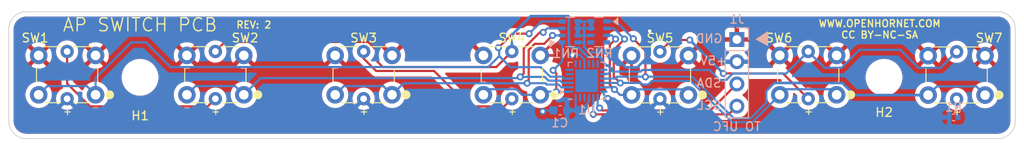
<source format=kicad_pcb>
(kicad_pcb (version 20171130) (host pcbnew "(5.1.9)-1")
  (layers (0 F.Cu signal) (31 B.Cu signal) (34 B.Paste user) (35 F.Paste user) (36 B.SilkS user) (37 F.SilkS user) (38 B.Mask user) (39 F.Mask user) (44 Edge.Cuts user))
  (net 0 "")
  (net 1 GND)
  (net 2 +5V)
  (net 3 SCL)
  (net 4 SDA)
  (net 5 /ON+)
  (net 6 /ILS_SW)
  (net 7 /IFF_SW)
  (net 8 /TCN_SW)
  (net 9 /AP_SW)
  (net 10 "Net-(RN2-Pad5)")
  (net 11 "Net-(RN2-Pad4)")
  (net 12 /BCN_SW)
  (net 13 /ON_SW)
  (net 14 /DL_SW)
  (net 15 /AP-)
  (net 16 /BCN-)
  (net 17 /ILS+)
  (net 18 /BCN+)
  (net 19 "Net-(U1-Pad23)")
  (net 20 "Net-(U1-Pad22)")
  (net 21 "Net-(U1-Pad13)")
  (net 22 "Net-(U1-Pad8)")
  (net 23 "Net-(U1-Pad7)")
  (net 24 "Net-(U1-Pad6)")
  (net 25 "Net-(U1-Pad5)")
  (net 26 "Net-(U1-Pad12)")
  (net 27 "Net-(U1-Pad11)")
  (net 28 "Net-(U1-Pad10)")
  (module MountingHole:MountingHole_3.2mm_M3_DIN965 (layer F.Cu) (at 191.005498 90.721398)
    (fp_text reference H2 (at 0.01 4) (layer F.SilkS))
    (fp_text value ~)
    (pad 1 np_thru_hole circle (at 0 0) (size 3.2 3.2) (drill 3.2) (layers *.Cu *.Mask))
  )
  (module MountingHole:MountingHole_3.2mm_M3_DIN965 (layer F.Cu) (at 106.005498 90.721398)
    (fp_text reference H1 (at 0.01 4.39) (layer F.SilkS))
    (fp_text value ~)
    (pad 1 np_thru_hole circle (at 0 0) (size 3.2 3.2) (drill 3.2) (layers *.Cu *.Mask))
  )
  (module Resistor_SMD:R_Array_Convex_4x0603 (layer B.Cu) (at 158.422178 85.527718 180)
    (fp_text reference RN2 (at -0.08636 -2.43332) (layer B.SilkS) (effects (justify mirror)))
    (fp_text value 4.7K)
    (fp_line (start 0.5 -1.68) (end -0.5 -1.68) (layer B.SilkS) (width 0.12))
    (fp_line (start 0.5 1.68) (end -0.5 1.68) (layer B.SilkS) (width 0.12))
    (pad 5 smd rect (at 0.9 -1.2 180) (size 0.8 0.5) (layers B.Cu B.Paste B.Mask) (net 10 "Net-(RN2-Pad5)"))
    (pad 6 smd rect (at 0.9 -0.4 180) (size 0.8 0.4) (layers B.Cu B.Paste B.Mask) (net 2 +5V))
    (pad 8 smd rect (at 0.9 1.2 180) (size 0.8 0.5) (layers B.Cu B.Paste B.Mask) (net 2 +5V))
    (pad 7 smd rect (at 0.9 0.4 180) (size 0.8 0.4) (layers B.Cu B.Paste B.Mask) (net 2 +5V))
    (pad 4 smd rect (at -0.9 -1.2 180) (size 0.8 0.5) (layers B.Cu B.Paste B.Mask) (net 11 "Net-(RN2-Pad4)"))
    (pad 2 smd rect (at -0.9 0.4 180) (size 0.8 0.4) (layers B.Cu B.Paste B.Mask) (net 12 /BCN_SW))
    (pad 3 smd rect (at -0.9 -0.4 180) (size 0.8 0.4) (layers B.Cu B.Paste B.Mask) (net 14 /DL_SW))
    (pad 1 smd rect (at -0.9 1.2 180) (size 0.8 0.5) (layers B.Cu B.Paste B.Mask) (net 13 /ON_SW))
  )
  (module Resistor_SMD:R_Array_Convex_4x0603 (layer B.Cu) (at 155.135418 85.532798)
    (fp_text reference RN1 (at -0.47244 2.46888) (layer B.SilkS) (effects (justify mirror)))
    (fp_text value 4.7K)
    (fp_line (start 0.5 -1.68) (end -0.5 -1.68) (layer B.SilkS) (width 0.12))
    (fp_line (start 0.5 1.68) (end -0.5 1.68) (layer B.SilkS) (width 0.12))
    (pad 5 smd rect (at 0.9 -1.2) (size 0.8 0.5) (layers B.Cu B.Paste B.Mask) (net 2 +5V))
    (pad 6 smd rect (at 0.9 -0.4) (size 0.8 0.4) (layers B.Cu B.Paste B.Mask) (net 2 +5V))
    (pad 8 smd rect (at 0.9 1.2) (size 0.8 0.5) (layers B.Cu B.Paste B.Mask) (net 2 +5V))
    (pad 7 smd rect (at 0.9 0.4) (size 0.8 0.4) (layers B.Cu B.Paste B.Mask) (net 2 +5V))
    (pad 4 smd rect (at -0.9 -1.2) (size 0.8 0.5) (layers B.Cu B.Paste B.Mask) (net 9 /AP_SW))
    (pad 2 smd rect (at -0.9 0.4) (size 0.8 0.4) (layers B.Cu B.Paste B.Mask) (net 8 /TCN_SW))
    (pad 3 smd rect (at -0.9 -0.4) (size 0.8 0.4) (layers B.Cu B.Paste B.Mask) (net 7 /IFF_SW))
    (pad 1 smd rect (at -0.9 1.2) (size 0.8 0.5) (layers B.Cu B.Paste B.Mask) (net 6 /ILS_SW))
  )
  (module Package_DFN_QFN:WQFN-24-1EP_4x4mm_P0.5mm_EP2.6x2.6mm (layer B.Cu) (at 157.030258 91.110638)
    (fp_text reference U1 (at 0 3.32) (layer B.SilkS) (effects (justify mirror)))
    (fp_text value AW9523BTQR)
    (fp_line (start 1.635 2.11) (end 2.11 2.11) (layer B.SilkS) (width 0.12))
    (fp_line (start 2.11 2.11) (end 2.11 1.635) (layer B.SilkS) (width 0.12))
    (fp_line (start -1.635 -2.11) (end -2.11 -2.11) (layer B.SilkS) (width 0.12))
    (fp_line (start -2.11 -2.11) (end -2.11 -1.635) (layer B.SilkS) (width 0.12))
    (fp_line (start 1.635 -2.11) (end 2.11 -2.11) (layer B.SilkS) (width 0.12))
    (fp_line (start 2.11 -2.11) (end 2.11 -1.635) (layer B.SilkS) (width 0.12))
    (fp_line (start -1.635 2.11) (end -2.11 2.11) (layer B.SilkS) (width 0.12))
    (pad 25 smd rect (at 0 0) (size 2.6 2.6) (layers B.Cu B.Mask) (net 1 GND))
    (pad 24 smd roundrect (at -1.25 1.9375) (size 0.25 0.875) (layers B.Cu B.Paste B.Mask) (net 2 +5V))
    (pad 23 smd roundrect (at -0.75 1.9375) (size 0.25 0.875) (layers B.Cu B.Paste B.Mask) (net 19 "Net-(U1-Pad23)"))
    (pad 22 smd roundrect (at -0.25 1.9375) (size 0.25 0.875) (layers B.Cu B.Paste B.Mask) (net 20 "Net-(U1-Pad22)"))
    (pad 21 smd roundrect (at 0.25 1.9375) (size 0.25 0.875) (layers B.Cu B.Paste B.Mask) (net 2 +5V))
    (pad 20 smd roundrect (at 0.75 1.9375) (size 0.25 0.875) (layers B.Cu B.Paste B.Mask) (net 3 SCL))
    (pad 19 smd roundrect (at 1.25 1.9375) (size 0.25 0.875) (layers B.Cu B.Paste B.Mask) (net 4 SDA))
    (pad 18 smd roundrect (at 1.9375 1.25) (size 0.875 0.25) (layers B.Cu B.Paste B.Mask) (net 2 +5V))
    (pad 17 smd roundrect (at 1.9375 0.75) (size 0.875 0.25) (layers B.Cu B.Paste B.Mask) (net 14 /DL_SW))
    (pad 16 smd roundrect (at 1.9375 0.25) (size 0.875 0.25) (layers B.Cu B.Paste B.Mask) (net 12 /BCN_SW))
    (pad 15 smd roundrect (at 1.9375 -0.25) (size 0.875 0.25) (layers B.Cu B.Paste B.Mask) (net 13 /ON_SW))
    (pad 14 smd roundrect (at 1.9375 -0.75) (size 0.875 0.25) (layers B.Cu B.Paste B.Mask) (net 16 /BCN-))
    (pad 13 smd roundrect (at 1.9375 -1.25) (size 0.875 0.25) (layers B.Cu B.Paste B.Mask) (net 21 "Net-(U1-Pad13)"))
    (pad 12 smd roundrect (at 1.25 -1.9375) (size 0.25 0.875) (layers B.Cu B.Paste B.Mask) (net 26 "Net-(U1-Pad12)"))
    (pad 11 smd roundrect (at 0.75 -1.9375) (size 0.25 0.875) (layers B.Cu B.Paste B.Mask) (net 27 "Net-(U1-Pad11)"))
    (pad 10 smd roundrect (at 0.25 -1.9375) (size 0.25 0.875) (layers B.Cu B.Paste B.Mask) (net 28 "Net-(U1-Pad10)"))
    (pad 9 smd roundrect (at -0.25 -1.9375) (size 0.25 0.875) (layers B.Cu B.Paste B.Mask) (net 1 GND))
    (pad 8 smd roundrect (at -0.75 -1.9375) (size 0.25 0.875) (layers B.Cu B.Paste B.Mask) (net 22 "Net-(U1-Pad8)"))
    (pad 7 smd roundrect (at -1.25 -1.9375) (size 0.25 0.875) (layers B.Cu B.Paste B.Mask) (net 23 "Net-(U1-Pad7)"))
    (pad 6 smd roundrect (at -1.9375 -1.25) (size 0.875 0.25) (layers B.Cu B.Paste B.Mask) (net 24 "Net-(U1-Pad6)"))
    (pad 5 smd roundrect (at -1.9375 -0.75) (size 0.875 0.25) (layers B.Cu B.Paste B.Mask) (net 25 "Net-(U1-Pad5)"))
    (pad 4 smd roundrect (at -1.9375 -0.25) (size 0.875 0.25) (layers B.Cu B.Paste B.Mask) (net 9 /AP_SW))
    (pad 3 smd roundrect (at -1.9375 0.25) (size 0.875 0.25) (layers B.Cu B.Paste B.Mask) (net 7 /IFF_SW))
    (pad 2 smd roundrect (at -1.9375 0.75) (size 0.875 0.25) (layers B.Cu B.Paste B.Mask) (net 8 /TCN_SW))
    (pad 1 smd roundrect (at -1.9375 1.25) (size 0.875 0.25) (layers B.Cu B.Paste B.Mask) (net 6 /ILS_SW))
  )
  (module Resistor_SMD:R_0402_1005Metric (layer B.Cu) (at 198.955498 95.286398 180)
    (fp_text reference R1 (at 0 1.17) (layer B.SilkS) (effects (justify mirror)))
    (fp_text value 33)
    (fp_line (start -0.153641 0.38) (end 0.153641 0.38) (layer B.SilkS) (width 0.12))
    (fp_line (start -0.153641 -0.38) (end 0.153641 -0.38) (layer B.SilkS) (width 0.12))
    (pad 2 smd roundrect (at 0.51 0 180) (size 0.54 0.64) (layers B.Cu B.Paste B.Mask) (net 2 +5V))
    (pad 1 smd roundrect (at -0.51 0 180) (size 0.54 0.64) (layers B.Cu B.Paste B.Mask) (net 5 /ON+))
  )
  (module Connector_PinHeader_2.54mm:PinHeader_1x04_P2.54mm_Vertical (layer B.Cu) (at 174.190498 86.396398 180)
    (fp_text reference J1 (at 0 2.33) (layer B.SilkS) (effects (justify mirror)))
    (fp_text value "TO UFC" (at 0 -9.95) (layer B.SilkS) (effects (justify mirror)))
    (fp_line (start -1.33 -8.95) (end 1.33 -8.95) (layer B.SilkS) (width 0.12))
    (fp_line (start -1.33 -1.27) (end -1.33 -8.95) (layer B.SilkS) (width 0.12))
    (fp_line (start 1.33 -1.27) (end 1.33 -8.95) (layer B.SilkS) (width 0.12))
    (fp_line (start -1.33 -1.27) (end 1.33 -1.27) (layer B.SilkS) (width 0.12))
    (fp_line (start -1.33 0) (end -1.33 1.33) (layer B.SilkS) (width 0.12))
    (fp_line (start -1.33 1.33) (end 0 1.33) (layer B.SilkS) (width 0.12))
    (pad 4 thru_hole oval (at 0 -7.62 180) (size 1.7 1.7) (drill 1) (layers *.Cu *.Mask) (net 3 SCL))
    (pad 3 thru_hole oval (at 0 -5.08 180) (size 1.7 1.7) (drill 1) (layers *.Cu *.Mask) (net 4 SDA))
    (pad 2 thru_hole oval (at 0 -2.54 180) (size 1.7 1.7) (drill 1) (layers *.Cu *.Mask) (net 2 +5V))
    (pad 1 thru_hole rect (at 0 0 180) (size 1.7 1.7) (drill 1) (layers *.Cu *.Mask) (net 1 GND))
  )
  (module Capacitor_SMD:C_0603_1608Metric (layer B.Cu) (at 154.007658 94.488838 180)
    (fp_text reference C1 (at 0.05216 -1.43256) (layer B.SilkS) (effects (justify mirror)))
    (fp_text value .1uF)
    (fp_line (start -0.14058 0.51) (end 0.14058 0.51) (layer B.SilkS) (width 0.12))
    (fp_line (start -0.14058 -0.51) (end 0.14058 -0.51) (layer B.SilkS) (width 0.12))
    (pad 2 smd roundrect (at 0.775 0 180) (size 0.9 0.95) (layers B.Cu B.Paste B.Mask) (net 1 GND))
    (pad 1 smd roundrect (at -0.775 0 180) (size 0.9 0.95) (layers B.Cu B.Paste B.Mask) (net 2 +5V))
  )
  (module KiCAD_Libraries:TL1240GQ (layer F.Cu) (at 94.422998 88.216998)
    (fp_text reference SW1 (at -0.4175 -2) (layer F.SilkS))
    (fp_text value TL1240GQ)
    (fp_line (start 4 5.4) (end 5.8 5.4) (layer F.SilkS) (width 0.12))
    (fp_line (start 0.7 5.4) (end 2.5 5.4) (layer F.SilkS) (width 0.12))
    (fp_line (start 2.6 -1) (end 0.5 -1) (layer F.SilkS) (width 0.12))
    (fp_line (start 5.9 -1) (end 3.9 -1) (layer F.SilkS) (width 0.12))
    (fp_poly (pts (xy 8.1 4.052786) (xy 8.3 4.1) (xy 8.4 4.2) (xy 8.5 4.3) (xy 8.547214 4.5) (xy 8.5 4.7) (xy 8.3 4.9) (xy 8.1 4.947214) (xy 7.9 4.9) (xy 7.7 4.7) (xy 7.652786 4.5) (xy 7.7 4.3) (xy 7.9 4.1)) (layer F.SilkS) (width 0.1))
    (fp_circle (center 8.1 4.5) (end 8.547214 4.5) (layer F.SilkS) (width 0.12))
    (fp_line (start 6.75 3) (end 6.75 1.5) (layer F.SilkS) (width 0.12))
    (fp_line (start -0.25 1.5) (end -0.25 3) (layer F.SilkS) (width 0.12))
    (fp_text user + (at 3.3 6.4) (layer F.SilkS) (effects (font (size 0.8 0.8) (thickness 0.12))))
    (pad 1 thru_hole circle (at 0 4.5 90) (size 2 2) (drill 1.1) (layers *.Cu *.Mask) (net 9 /AP_SW))
    (pad 2 thru_hole circle (at 0 0 90) (size 2 2) (drill 1.1) (layers *.Cu *.Mask) (net 1 GND))
    (pad 1 thru_hole circle (at 6.5 4.5 90) (size 2 2) (drill 1.1) (layers *.Cu *.Mask) (net 9 /AP_SW))
    (pad 2 thru_hole circle (at 6.5 0 90) (size 2 2) (drill 1.1) (layers *.Cu *.Mask) (net 1 GND))
    (pad 6 thru_hole circle (at 3.25 -0.45) (size 1.524 1.524) (drill 0.762) (layers *.Cu *.Mask) (net 15 /AP-))
    (pad 5 thru_hole circle (at 3.25 4.95) (size 1.524 1.524) (drill 0.762) (layers *.Cu *.Mask) (net 2 +5V))
  )
  (module KiCAD_Libraries:TL1240GQ (layer F.Cu) (at 111.360498 88.216998)
    (fp_text reference SW2 (at 6.645 -2) (layer F.SilkS))
    (fp_text value TL1240GQ)
    (fp_line (start -0.25 1.5) (end -0.25 3) (layer F.SilkS) (width 0.12))
    (fp_line (start 6.75 3) (end 6.75 1.5) (layer F.SilkS) (width 0.12))
    (fp_circle (center 8.1 4.5) (end 8.547214 4.5) (layer F.SilkS) (width 0.12))
    (fp_poly (pts (xy 8.1 4.052786) (xy 8.3 4.1) (xy 8.4 4.2) (xy 8.5 4.3) (xy 8.547214 4.5) (xy 8.5 4.7) (xy 8.3 4.9) (xy 8.1 4.947214) (xy 7.9 4.9) (xy 7.7 4.7) (xy 7.652786 4.5) (xy 7.7 4.3) (xy 7.9 4.1)) (layer F.SilkS) (width 0.1))
    (fp_line (start 5.9 -1) (end 3.9 -1) (layer F.SilkS) (width 0.12))
    (fp_line (start 2.6 -1) (end 0.5 -1) (layer F.SilkS) (width 0.12))
    (fp_line (start 0.7 5.4) (end 2.5 5.4) (layer F.SilkS) (width 0.12))
    (fp_line (start 4 5.4) (end 5.8 5.4) (layer F.SilkS) (width 0.12))
    (fp_text user + (at 3.3 6.4) (layer F.SilkS) (effects (font (size 0.8 0.8) (thickness 0.12))))
    (pad 5 thru_hole circle (at 3.25 4.95) (size 1.524 1.524) (drill 0.762) (layers *.Cu *.Mask) (net 15 /AP-))
    (pad 6 thru_hole circle (at 3.25 -0.45) (size 1.524 1.524) (drill 0.762) (layers *.Cu *.Mask) (net 16 /BCN-))
    (pad 2 thru_hole circle (at 6.5 0 90) (size 2 2) (drill 1.1) (layers *.Cu *.Mask) (net 1 GND))
    (pad 1 thru_hole circle (at 6.5 4.5 90) (size 2 2) (drill 1.1) (layers *.Cu *.Mask) (net 7 /IFF_SW))
    (pad 2 thru_hole circle (at 0 0 90) (size 2 2) (drill 1.1) (layers *.Cu *.Mask) (net 1 GND))
    (pad 1 thru_hole circle (at 0 4.5 90) (size 2 2) (drill 1.1) (layers *.Cu *.Mask) (net 7 /IFF_SW))
  )
  (module KiCAD_Libraries:TL1240GQ (layer F.Cu) (at 128.297998 88.216998)
    (fp_text reference SW3 (at 3.25 -2) (layer F.SilkS))
    (fp_text value TL1240GQ)
    (fp_line (start 4 5.4) (end 5.8 5.4) (layer F.SilkS) (width 0.12))
    (fp_line (start 0.7 5.4) (end 2.5 5.4) (layer F.SilkS) (width 0.12))
    (fp_line (start 2.6 -1) (end 0.5 -1) (layer F.SilkS) (width 0.12))
    (fp_line (start 5.9 -1) (end 3.9 -1) (layer F.SilkS) (width 0.12))
    (fp_poly (pts (xy 8.1 4.052786) (xy 8.3 4.1) (xy 8.4 4.2) (xy 8.5 4.3) (xy 8.547214 4.5) (xy 8.5 4.7) (xy 8.3 4.9) (xy 8.1 4.947214) (xy 7.9 4.9) (xy 7.7 4.7) (xy 7.652786 4.5) (xy 7.7 4.3) (xy 7.9 4.1)) (layer F.SilkS) (width 0.1))
    (fp_circle (center 8.1 4.5) (end 8.547214 4.5) (layer F.SilkS) (width 0.12))
    (fp_line (start 6.75 3) (end 6.75 1.5) (layer F.SilkS) (width 0.12))
    (fp_line (start -0.25 1.5) (end -0.25 3) (layer F.SilkS) (width 0.12))
    (fp_text user + (at 3.3 6.4) (layer F.SilkS) (effects (font (size 0.8 0.8) (thickness 0.12))))
    (pad 1 thru_hole circle (at 0 4.5 90) (size 2 2) (drill 1.1) (layers *.Cu *.Mask) (net 8 /TCN_SW))
    (pad 2 thru_hole circle (at 0 0 90) (size 2 2) (drill 1.1) (layers *.Cu *.Mask) (net 1 GND))
    (pad 1 thru_hole circle (at 6.5 4.5 90) (size 2 2) (drill 1.1) (layers *.Cu *.Mask) (net 8 /TCN_SW))
    (pad 2 thru_hole circle (at 6.5 0 90) (size 2 2) (drill 1.1) (layers *.Cu *.Mask) (net 1 GND))
    (pad 6 thru_hole circle (at 3.25 -0.45) (size 1.524 1.524) (drill 0.762) (layers *.Cu *.Mask) (net 17 /ILS+))
    (pad 5 thru_hole circle (at 3.25 4.95) (size 1.524 1.524) (drill 0.762) (layers *.Cu *.Mask) (net 2 +5V))
  )
  (module KiCAD_Libraries:TL1240GQ (layer F.Cu) (at 145.235498 88.216998)
    (fp_text reference SW4 (at 3.25 -2) (layer F.SilkS))
    (fp_text value TL1240GQ)
    (fp_line (start -0.25 1.5) (end -0.25 3) (layer F.SilkS) (width 0.12))
    (fp_line (start 6.75 3) (end 6.75 1.5) (layer F.SilkS) (width 0.12))
    (fp_circle (center 8.1 4.5) (end 8.547214 4.5) (layer F.SilkS) (width 0.12))
    (fp_poly (pts (xy 8.1 4.052786) (xy 8.3 4.1) (xy 8.4 4.2) (xy 8.5 4.3) (xy 8.547214 4.5) (xy 8.5 4.7) (xy 8.3 4.9) (xy 8.1 4.947214) (xy 7.9 4.9) (xy 7.7 4.7) (xy 7.652786 4.5) (xy 7.7 4.3) (xy 7.9 4.1)) (layer F.SilkS) (width 0.1))
    (fp_line (start 5.9 -1) (end 3.9 -1) (layer F.SilkS) (width 0.12))
    (fp_line (start 2.6 -1) (end 0.5 -1) (layer F.SilkS) (width 0.12))
    (fp_line (start 0.7 5.4) (end 2.5 5.4) (layer F.SilkS) (width 0.12))
    (fp_line (start 4 5.4) (end 5.8 5.4) (layer F.SilkS) (width 0.12))
    (fp_text user + (at 3.3 6.4) (layer F.SilkS) (effects (font (size 0.8 0.8) (thickness 0.12))))
    (pad 5 thru_hole circle (at 3.25 4.95) (size 1.524 1.524) (drill 0.762) (layers *.Cu *.Mask) (net 17 /ILS+))
    (pad 6 thru_hole circle (at 3.25 -0.45) (size 1.524 1.524) (drill 0.762) (layers *.Cu *.Mask) (net 16 /BCN-))
    (pad 2 thru_hole circle (at 6.5 0 90) (size 2 2) (drill 1.1) (layers *.Cu *.Mask) (net 1 GND))
    (pad 1 thru_hole circle (at 6.5 4.5 90) (size 2 2) (drill 1.1) (layers *.Cu *.Mask) (net 6 /ILS_SW))
    (pad 2 thru_hole circle (at 0 0 90) (size 2 2) (drill 1.1) (layers *.Cu *.Mask) (net 1 GND))
    (pad 1 thru_hole circle (at 0 4.5 90) (size 2 2) (drill 1.1) (layers *.Cu *.Mask) (net 6 /ILS_SW))
  )
  (module KiCAD_Libraries:TL1240GQ (layer F.Cu) (at 162.157373 88.232623)
    (fp_text reference SW5 (at 3.25 -2) (layer F.SilkS))
    (fp_text value TL1240GQ)
    (fp_line (start 4 5.4) (end 5.8 5.4) (layer F.SilkS) (width 0.12))
    (fp_line (start 0.7 5.4) (end 2.5 5.4) (layer F.SilkS) (width 0.12))
    (fp_line (start 2.6 -1) (end 0.5 -1) (layer F.SilkS) (width 0.12))
    (fp_line (start 5.9 -1) (end 3.9 -1) (layer F.SilkS) (width 0.12))
    (fp_poly (pts (xy 8.1 4.052786) (xy 8.3 4.1) (xy 8.4 4.2) (xy 8.5 4.3) (xy 8.547214 4.5) (xy 8.5 4.7) (xy 8.3 4.9) (xy 8.1 4.947214) (xy 7.9 4.9) (xy 7.7 4.7) (xy 7.652786 4.5) (xy 7.7 4.3) (xy 7.9 4.1)) (layer F.SilkS) (width 0.1))
    (fp_circle (center 8.1 4.5) (end 8.547214 4.5) (layer F.SilkS) (width 0.12))
    (fp_line (start 6.75 3) (end 6.75 1.5) (layer F.SilkS) (width 0.12))
    (fp_line (start -0.25 1.5) (end -0.25 3) (layer F.SilkS) (width 0.12))
    (fp_text user + (at 3.3 6.4) (layer F.SilkS) (effects (font (size 0.8 0.8) (thickness 0.12))))
    (pad 1 thru_hole circle (at 0 4.5 90) (size 2 2) (drill 1.1) (layers *.Cu *.Mask) (net 14 /DL_SW))
    (pad 2 thru_hole circle (at 0 0 90) (size 2 2) (drill 1.1) (layers *.Cu *.Mask) (net 1 GND))
    (pad 1 thru_hole circle (at 6.5 4.5 90) (size 2 2) (drill 1.1) (layers *.Cu *.Mask) (net 14 /DL_SW))
    (pad 2 thru_hole circle (at 6.5 0 90) (size 2 2) (drill 1.1) (layers *.Cu *.Mask) (net 1 GND))
    (pad 6 thru_hole circle (at 3.25 -0.45) (size 1.524 1.524) (drill 0.762) (layers *.Cu *.Mask) (net 18 /BCN+))
    (pad 5 thru_hole circle (at 3.25 4.95) (size 1.524 1.524) (drill 0.762) (layers *.Cu *.Mask) (net 2 +5V))
  )
  (module KiCAD_Libraries:TL1240GQ (layer F.Cu) (at 179.094873 88.216998)
    (fp_text reference SW6 (at -0.089375 -1.9956) (layer F.SilkS))
    (fp_text value TL1240GQ)
    (fp_line (start -0.25 1.5) (end -0.25 3) (layer F.SilkS) (width 0.12))
    (fp_line (start 6.75 3) (end 6.75 1.5) (layer F.SilkS) (width 0.12))
    (fp_circle (center 8.1 4.5) (end 8.547214 4.5) (layer F.SilkS) (width 0.12))
    (fp_poly (pts (xy 8.1 4.052786) (xy 8.3 4.1) (xy 8.4 4.2) (xy 8.5 4.3) (xy 8.547214 4.5) (xy 8.5 4.7) (xy 8.3 4.9) (xy 8.1 4.947214) (xy 7.9 4.9) (xy 7.7 4.7) (xy 7.652786 4.5) (xy 7.7 4.3) (xy 7.9 4.1)) (layer F.SilkS) (width 0.1))
    (fp_line (start 5.9 -1) (end 3.9 -1) (layer F.SilkS) (width 0.12))
    (fp_line (start 2.6 -1) (end 0.5 -1) (layer F.SilkS) (width 0.12))
    (fp_line (start 0.7 5.4) (end 2.5 5.4) (layer F.SilkS) (width 0.12))
    (fp_line (start 4 5.4) (end 5.8 5.4) (layer F.SilkS) (width 0.12))
    (fp_text user + (at 3.3 6.4) (layer F.SilkS) (effects (font (size 0.8 0.8) (thickness 0.12))))
    (pad 5 thru_hole circle (at 3.25 4.95) (size 1.524 1.524) (drill 0.762) (layers *.Cu *.Mask) (net 18 /BCN+))
    (pad 6 thru_hole circle (at 3.25 -0.45) (size 1.524 1.524) (drill 0.762) (layers *.Cu *.Mask) (net 16 /BCN-))
    (pad 2 thru_hole circle (at 6.5 0 90) (size 2 2) (drill 1.1) (layers *.Cu *.Mask) (net 1 GND))
    (pad 1 thru_hole circle (at 6.5 4.5 90) (size 2 2) (drill 1.1) (layers *.Cu *.Mask) (net 12 /BCN_SW))
    (pad 2 thru_hole circle (at 0 0 90) (size 2 2) (drill 1.1) (layers *.Cu *.Mask) (net 1 GND))
    (pad 1 thru_hole circle (at 0 4.5 90) (size 2 2) (drill 1.1) (layers *.Cu *.Mask) (net 12 /BCN_SW))
  )
  (module KiCAD_Libraries:TL1240GQ (layer F.Cu) (at 196.047998 88.248248)
    (fp_text reference SW7 (at 6.9575 -2.02685) (layer F.SilkS))
    (fp_text value TL1240GQ)
    (fp_line (start 4 5.4) (end 5.8 5.4) (layer F.SilkS) (width 0.12))
    (fp_line (start 0.7 5.4) (end 2.5 5.4) (layer F.SilkS) (width 0.12))
    (fp_line (start 2.6 -1) (end 0.5 -1) (layer F.SilkS) (width 0.12))
    (fp_line (start 5.9 -1) (end 3.9 -1) (layer F.SilkS) (width 0.12))
    (fp_poly (pts (xy 8.1 4.052786) (xy 8.3 4.1) (xy 8.4 4.2) (xy 8.5 4.3) (xy 8.547214 4.5) (xy 8.5 4.7) (xy 8.3 4.9) (xy 8.1 4.947214) (xy 7.9 4.9) (xy 7.7 4.7) (xy 7.652786 4.5) (xy 7.7 4.3) (xy 7.9 4.1)) (layer F.SilkS) (width 0.1))
    (fp_circle (center 8.1 4.5) (end 8.547214 4.5) (layer F.SilkS) (width 0.12))
    (fp_line (start 6.75 3) (end 6.75 1.5) (layer F.SilkS) (width 0.12))
    (fp_line (start -0.25 1.5) (end -0.25 3) (layer F.SilkS) (width 0.12))
    (fp_text user + (at 3.3 6.4) (layer F.SilkS) (effects (font (size 0.8 0.8) (thickness 0.12))))
    (pad 1 thru_hole circle (at 0 4.5 90) (size 2 2) (drill 1.1) (layers *.Cu *.Mask) (net 13 /ON_SW))
    (pad 2 thru_hole circle (at 0 0 90) (size 2 2) (drill 1.1) (layers *.Cu *.Mask) (net 1 GND))
    (pad 1 thru_hole circle (at 6.5 4.5 90) (size 2 2) (drill 1.1) (layers *.Cu *.Mask) (net 13 /ON_SW))
    (pad 2 thru_hole circle (at 6.5 0 90) (size 2 2) (drill 1.1) (layers *.Cu *.Mask) (net 1 GND))
    (pad 6 thru_hole circle (at 3.25 -0.45) (size 1.524 1.524) (drill 0.762) (layers *.Cu *.Mask) (net 16 /BCN-))
    (pad 5 thru_hole circle (at 3.25 4.95) (size 1.524 1.524) (drill 0.762) (layers *.Cu *.Mask) (net 5 /ON+))
  )
  (gr_text SCL (at 171.015498 93.911398) (layer B.SilkS) (effects (font (size 1 1)) (justify mirror)))
  (gr_text SDA (at 171.015498 91.371398) (layer B.SilkS) (effects (font (size 1 1)) (justify mirror)))
  (gr_text +5V (at 171.523498 88.831398) (layer B.SilkS) (effects (font (size 1 1)) (justify mirror)))
  (gr_text GND (at 171.015498 86.291398) (layer B.SilkS) (effects (font (size 1 1)) (justify mirror)))
  (gr_poly (pts (xy 177.705498 87.071398) (xy 176.405498 86.371398) (xy 177.705498 85.521398)) (layer B.SilkS) (width 0.1))
  (gr_poly (pts (xy 160.605498 84.721398) (xy 160.105498 84.371398) (xy 160.605498 83.921398)) (layer B.SilkS) (width 0.1))
  (gr_poly (pts (xy 153.455498 86.771398) (xy 152.805498 87.271398) (xy 152.805498 86.421398)) (layer B.SilkS) (width 0.1))
  (gr_poly (pts (xy 154.355498 92.371398) (xy 154.055498 92.671398) (xy 154.055498 92.071398)) (layer B.SilkS) (width 0.1))
  (gr_text "REV: 2" (at 119.005498 84.721398) (layer F.SilkS) (effects (font (size 0.8 0.8))))
  (gr_arc (start 93.005498 95.721398) (end 91.005498 95.721398) (angle -90) (layer Edge.Cuts) (width 0.1))
  (gr_arc (start 204.005498 95.721398) (end 204.005498 97.721398) (angle -90) (layer Edge.Cuts) (width 0.1))
  (gr_arc (start 204.005498 85.221398) (end 206.005498 85.221398) (angle -90) (layer Edge.Cuts) (width 0.1))
  (gr_arc (start 93.005498 85.221398) (end 93.005498 83.221398) (angle -90) (layer Edge.Cuts) (width 0.1))
  (gr_text "WWW.OPENHORNET.COM\nCC BY-NC-SA" (at 190.505498 85.221398) (layer F.SilkS) (effects (font (size 0.8 0.8))))
  (gr_text "AP SWITCH PCB" (at 106.005498 84.721398) (layer F.SilkS) (effects (font (size 1.5 1.5))))
  (gr_line (start 91.005498 95.721398) (end 91.005498 85.221398) (layer Edge.Cuts) (width 0.1))
  (gr_line (start 204.005498 97.721398) (end 93.005498 97.721398) (layer Edge.Cuts) (width 0.1))
  (gr_line (start 206.005498 85.221398) (end 206.005498 95.721398) (layer Edge.Cuts) (width 0.1))
  (gr_line (start 93.005498 83.221398) (end 204.005498 83.221398) (layer Edge.Cuts) (width 0.1))
  (via (at 152.021378 94.620918) (size 0.8) (drill 0.4) (layers F.Cu B.Cu) (net 1))
  (segment (start 152.153458 94.488838) (end 152.021378 94.620918) (width 0.25) (layer B.Cu) (net 1))
  (segment (start 153.232658 94.488838) (end 152.153458 94.488838) (width 0.25) (layer B.Cu) (net 1))
  (segment (start 156.780258 90.860638) (end 157.030258 91.110638) (width 0.25) (layer B.Cu) (net 1))
  (segment (start 156.780258 89.173138) (end 156.780258 90.860638) (width 0.25) (layer B.Cu) (net 1))
  (via (at 155.402786 88.166985) (size 0.8) (drill 0.4) (layers F.Cu B.Cu) (net 1))
  (segment (start 156.259627 88.166985) (end 155.402786 88.166985) (width 0.25) (layer B.Cu) (net 1))
  (segment (start 156.780258 88.687616) (end 156.259627 88.166985) (width 0.25) (layer B.Cu) (net 1))
  (segment (start 156.780258 89.173138) (end 156.780258 88.687616) (width 0.25) (layer B.Cu) (net 1))
  (segment (start 151.735498 88.216998) (end 153.731378 88.216998) (width 0.3048) (layer F.Cu) (net 1))
  (segment (start 151.735498 88.216998) (end 152.763618 87.188878) (width 0.3048) (layer F.Cu) (net 1))
  (segment (start 152.763618 87.188878) (end 153.276138 87.188878) (width 0.3048) (layer F.Cu) (net 1))
  (segment (start 162.157373 88.232623) (end 162.157373 90.375433) (width 0.3048) (layer F.Cu) (net 1))
  (segment (start 162.157373 90.375433) (end 163.827298 92.045358) (width 0.3048) (layer F.Cu) (net 1))
  (segment (start 156.040498 85.927718) (end 156.035418 85.932798) (width 0.25) (layer B.Cu) (net 2))
  (segment (start 157.522178 85.927718) (end 156.040498 85.927718) (width 0.25) (layer B.Cu) (net 2))
  (segment (start 156.040498 85.127718) (end 156.035418 85.132798) (width 0.25) (layer B.Cu) (net 2))
  (segment (start 157.522178 85.127718) (end 156.040498 85.127718) (width 0.25) (layer B.Cu) (net 2))
  (segment (start 156.040498 84.327718) (end 156.035418 84.332798) (width 0.25) (layer B.Cu) (net 2))
  (segment (start 157.280258 93.53366) (end 157.280258 93.048138) (width 0.25) (layer B.Cu) (net 2))
  (segment (start 156.32508 94.488838) (end 157.280258 93.53366) (width 0.25) (layer B.Cu) (net 2))
  (segment (start 155.780258 94.443438) (end 155.734858 94.488838) (width 0.25) (layer B.Cu) (net 2))
  (segment (start 155.780258 93.048138) (end 155.780258 94.443438) (width 0.25) (layer B.Cu) (net 2))
  (segment (start 155.734858 94.488838) (end 156.32508 94.488838) (width 0.25) (layer B.Cu) (net 2))
  (segment (start 154.782658 94.488838) (end 155.734858 94.488838) (width 0.25) (layer B.Cu) (net 2))
  (via (at 159.453418 93.132478) (size 0.8) (drill 0.4) (layers F.Cu B.Cu) (net 2))
  (segment (start 158.967758 92.646818) (end 159.453418 93.132478) (width 0.25) (layer B.Cu) (net 2))
  (segment (start 158.967758 92.360638) (end 158.967758 92.646818) (width 0.25) (layer B.Cu) (net 2))
  (segment (start 156.035418 86.732798) (end 156.754818 86.732798) (width 0.3048) (layer B.Cu) (net 2))
  (segment (start 156.754818 84.345198) (end 156.772298 84.327718) (width 0.3048) (layer B.Cu) (net 2))
  (segment (start 156.754818 86.732798) (end 156.754818 84.345198) (width 0.3048) (layer B.Cu) (net 2))
  (segment (start 156.772298 84.327718) (end 156.040498 84.327718) (width 0.25) (layer B.Cu) (net 2))
  (segment (start 157.522178 84.327718) (end 156.772298 84.327718) (width 0.25) (layer B.Cu) (net 2))
  (via (at 164.228618 85.436278) (size 0.8) (drill 0.4) (layers F.Cu B.Cu) (net 2))
  (segment (start 164.228618 88.162932) (end 164.228618 85.436278) (width 0.3048) (layer B.Cu) (net 2))
  (segment (start 157.381057 87.870919) (end 159.794115 87.870919) (width 0.3048) (layer B.Cu) (net 2))
  (segment (start 156.754818 87.24468) (end 157.381057 87.870919) (width 0.3048) (layer B.Cu) (net 2))
  (segment (start 156.754818 86.732798) (end 156.754818 87.24468) (width 0.3048) (layer B.Cu) (net 2))
  (segment (start 162.806526 89.585024) (end 164.228618 88.162932) (width 0.3048) (layer B.Cu) (net 2))
  (segment (start 161.50822 89.585024) (end 162.806526 89.585024) (width 0.3048) (layer B.Cu) (net 2))
  (segment (start 159.794115 87.870919) (end 161.50822 89.585024) (width 0.3048) (layer B.Cu) (net 2))
  (via (at 157.782098 94.951118) (size 0.8) (drill 0.4) (layers F.Cu B.Cu) (net 3))
  (segment (start 157.780258 94.949278) (end 157.782098 94.951118) (width 0.25) (layer B.Cu) (net 3))
  (segment (start 157.780258 93.048138) (end 157.780258 94.949278) (width 0.25) (layer B.Cu) (net 3))
  (segment (start 157.782098 94.951118) (end 173.255778 94.951118) (width 0.25) (layer F.Cu) (net 3))
  (segment (start 173.255778 94.951118) (end 174.190498 94.016398) (width 0.25) (layer F.Cu) (net 3))
  (segment (start 174.190498 92.141878) (end 174.190498 91.476398) (width 0.25) (layer B.Cu) (net 4))
  (segment (start 158.280258 93.992693) (end 158.513673 94.226108) (width 0.25) (layer B.Cu) (net 4))
  (segment (start 158.788672 94.501107) (end 158.513673 94.226108) (width 0.25) (layer F.Cu) (net 4))
  (segment (start 158.280258 93.048138) (end 158.280258 93.992693) (width 0.25) (layer B.Cu) (net 4))
  (via (at 158.513673 94.226108) (size 0.8) (drill 0.4) (layers F.Cu B.Cu) (net 4))
  (segment (start 174.190498 91.476398) (end 171.165789 94.501107) (width 0.25) (layer F.Cu) (net 4))
  (segment (start 171.165789 94.501107) (end 158.788672 94.501107) (width 0.25) (layer F.Cu) (net 4))
  (segment (start 199.297998 95.118898) (end 199.465498 95.286398) (width 0.25) (layer B.Cu) (net 5))
  (segment (start 199.297998 93.198248) (end 199.297998 95.118898) (width 0.25) (layer B.Cu) (net 5))
  (segment (start 152.091858 92.360638) (end 151.735498 92.716998) (width 0.25) (layer B.Cu) (net 6))
  (segment (start 153.565378 92.360638) (end 152.091858 92.360638) (width 0.25) (layer B.Cu) (net 6))
  (via (at 153.565378 92.360638) (size 0.8) (drill 0.4) (layers F.Cu B.Cu) (net 6))
  (segment (start 155.092758 92.360638) (end 153.565378 92.360638) (width 0.25) (layer B.Cu) (net 6))
  (via (at 153.199938 89.921918) (size 0.8) (drill 0.4) (layers F.Cu B.Cu) (net 6))
  (segment (start 153.565378 92.360638) (end 153.565378 90.287358) (width 0.25) (layer F.Cu) (net 6))
  (segment (start 153.565378 90.287358) (end 153.199938 89.921918) (width 0.25) (layer F.Cu) (net 6))
  (segment (start 154.235418 86.732798) (end 154.235418 88.886438) (width 0.25) (layer B.Cu) (net 6))
  (segment (start 154.235418 88.886438) (end 153.199938 89.921918) (width 0.25) (layer B.Cu) (net 6))
  (segment (start 145.872499 92.079997) (end 145.235498 92.716998) (width 0.25) (layer B.Cu) (net 6))
  (segment (start 149.007259 92.079997) (end 145.872499 92.079997) (width 0.25) (layer B.Cu) (net 6))
  (segment (start 149.64426 92.716998) (end 149.007259 92.079997) (width 0.25) (layer B.Cu) (net 6))
  (segment (start 151.735498 92.716998) (end 149.64426 92.716998) (width 0.25) (layer B.Cu) (net 6))
  (segment (start 154.235418 85.132798) (end 152.517898 85.132798) (width 0.25) (layer B.Cu) (net 7))
  (via (at 152.067098 85.583598) (size 0.8) (drill 0.4) (layers F.Cu B.Cu) (net 7))
  (segment (start 152.517898 85.132798) (end 152.067098 85.583598) (width 0.25) (layer B.Cu) (net 7))
  (via (at 149.44304 90.67098) (size 0.8) (drill 0.4) (layers F.Cu B.Cu) (net 7))
  (segment (start 152.067098 85.583598) (end 151.67706 85.583598) (width 0.25) (layer F.Cu) (net 7))
  (segment (start 151.67706 85.583598) (end 149.843039 87.417619) (width 0.25) (layer F.Cu) (net 7))
  (segment (start 149.843039 87.417619) (end 149.843039 90.270981) (width 0.25) (layer F.Cu) (net 7))
  (segment (start 149.843039 90.270981) (end 149.44304 90.67098) (width 0.25) (layer F.Cu) (net 7))
  (segment (start 155.092758 91.360638) (end 154.274791 91.360638) (width 0.25) (layer B.Cu) (net 7))
  (segment (start 152.239585 90.67098) (end 149.44304 90.67098) (width 0.25) (layer B.Cu) (net 7))
  (segment (start 152.665536 91.096931) (end 152.239585 90.67098) (width 0.25) (layer B.Cu) (net 7))
  (segment (start 154.011084 91.096931) (end 152.665536 91.096931) (width 0.25) (layer B.Cu) (net 7))
  (segment (start 154.274791 91.360638) (end 154.011084 91.096931) (width 0.25) (layer B.Cu) (net 7))
  (segment (start 116.860499 91.716999) (end 117.860498 92.716998) (width 0.25) (layer B.Cu) (net 7))
  (segment (start 112.360497 91.716999) (end 116.860499 91.716999) (width 0.25) (layer B.Cu) (net 7))
  (segment (start 111.360498 92.716998) (end 112.360497 91.716999) (width 0.25) (layer B.Cu) (net 7))
  (segment (start 149.306019 90.808001) (end 119.769495 90.808001) (width 0.25) (layer B.Cu) (net 7))
  (segment (start 149.44304 90.67098) (end 149.306019 90.808001) (width 0.25) (layer B.Cu) (net 7))
  (segment (start 119.769495 90.808001) (end 117.860498 92.716998) (width 0.25) (layer B.Cu) (net 7))
  (segment (start 145.871499 91.391997) (end 136.122999 91.391997) (width 0.25) (layer B.Cu) (net 8))
  (segment (start 145.875483 91.395981) (end 145.871499 91.391997) (width 0.25) (layer B.Cu) (net 8))
  (segment (start 136.122999 91.391997) (end 134.797998 92.716998) (width 0.25) (layer B.Cu) (net 8))
  (via (at 153.128818 85.934118) (size 0.8) (drill 0.4) (layers F.Cu B.Cu) (net 8))
  (segment (start 153.130138 85.932798) (end 153.128818 85.934118) (width 0.25) (layer B.Cu) (net 8))
  (segment (start 154.235418 85.932798) (end 153.130138 85.932798) (width 0.25) (layer B.Cu) (net 8))
  (via (at 150.223921 91.395981) (size 0.8) (drill 0.4) (layers F.Cu B.Cu) (net 8))
  (segment (start 150.223921 91.395981) (end 145.875483 91.395981) (width 0.25) (layer B.Cu) (net 8))
  (segment (start 150.410497 91.209405) (end 150.223921 91.395981) (width 0.25) (layer F.Cu) (net 8))
  (segment (start 150.410497 87.580997) (end 150.410497 91.209405) (width 0.25) (layer F.Cu) (net 8))
  (segment (start 151.099497 86.891997) (end 150.410497 87.580997) (width 0.25) (layer F.Cu) (net 8))
  (segment (start 153.128818 85.934118) (end 152.170939 86.891997) (width 0.25) (layer F.Cu) (net 8))
  (segment (start 152.170939 86.891997) (end 151.099497 86.891997) (width 0.25) (layer F.Cu) (net 8))
  (segment (start 150.227905 91.391997) (end 150.223921 91.395981) (width 0.25) (layer B.Cu) (net 8))
  (segment (start 152.324191 91.391997) (end 150.227905 91.391997) (width 0.25) (layer B.Cu) (net 8))
  (segment (start 152.479136 91.546942) (end 152.324191 91.391997) (width 0.25) (layer B.Cu) (net 8))
  (segment (start 154.13838 91.860638) (end 153.824684 91.546942) (width 0.25) (layer B.Cu) (net 8))
  (segment (start 155.092758 91.860638) (end 154.13838 91.860638) (width 0.25) (layer B.Cu) (net 8))
  (segment (start 153.824684 91.546942) (end 152.479136 91.546942) (width 0.25) (layer B.Cu) (net 8))
  (segment (start 133.797999 91.716999) (end 134.797998 92.716998) (width 0.25) (layer B.Cu) (net 8))
  (segment (start 129.297997 91.716999) (end 133.797999 91.716999) (width 0.25) (layer B.Cu) (net 8))
  (segment (start 128.297998 92.716998) (end 129.297997 91.716999) (width 0.25) (layer B.Cu) (net 8))
  (via (at 150.456738 85.730918) (size 0.8) (drill 0.4) (layers F.Cu B.Cu) (net 9))
  (segment (start 151.854858 84.332798) (end 150.456738 85.730918) (width 0.25) (layer B.Cu) (net 9))
  (segment (start 154.235418 84.332798) (end 151.854858 84.332798) (width 0.25) (layer B.Cu) (net 9))
  (segment (start 99.922999 91.716999) (end 100.922998 92.716998) (width 0.25) (layer B.Cu) (net 9))
  (segment (start 95.422997 91.716999) (end 99.922999 91.716999) (width 0.25) (layer B.Cu) (net 9))
  (segment (start 94.422998 92.716998) (end 95.422997 91.716999) (width 0.25) (layer B.Cu) (net 9))
  (segment (start 148.311282 89.556267) (end 147.042978 88.287963) (width 0.25) (layer B.Cu) (net 9))
  (segment (start 154.411202 90.860638) (end 154.197484 90.64692) (width 0.25) (layer B.Cu) (net 9))
  (segment (start 151.771443 89.556267) (end 148.311282 89.556267) (width 0.25) (layer B.Cu) (net 9))
  (segment (start 148.551738 85.730918) (end 146.946458 87.336198) (width 0.25) (layer F.Cu) (net 9))
  (segment (start 150.456738 85.730918) (end 148.551738 85.730918) (width 0.25) (layer F.Cu) (net 9))
  (segment (start 152.862096 90.64692) (end 151.771443 89.556267) (width 0.25) (layer B.Cu) (net 9))
  (segment (start 147.042978 87.432718) (end 146.946458 87.336198) (width 0.25) (layer B.Cu) (net 9))
  (segment (start 155.092758 90.860638) (end 154.411202 90.860638) (width 0.25) (layer B.Cu) (net 9))
  (via (at 146.946458 87.336198) (size 0.8) (drill 0.4) (layers F.Cu B.Cu) (net 9))
  (segment (start 154.197484 90.64692) (end 152.862096 90.64692) (width 0.25) (layer B.Cu) (net 9))
  (segment (start 147.042978 88.287963) (end 147.042978 87.432718) (width 0.25) (layer B.Cu) (net 9))
  (segment (start 145.788942 89.541999) (end 147.042978 88.287963) (width 0.25) (layer B.Cu) (net 9))
  (segment (start 109.495702 89.541999) (end 145.788942 89.541999) (width 0.25) (layer B.Cu) (net 9))
  (segment (start 105.005498 86.721398) (end 106.675101 86.721398) (width 0.25) (layer B.Cu) (net 9))
  (segment (start 100.922998 90.803898) (end 105.005498 86.721398) (width 0.25) (layer B.Cu) (net 9))
  (segment (start 106.675101 86.721398) (end 109.495702 89.541999) (width 0.25) (layer B.Cu) (net 9))
  (segment (start 100.922998 92.716998) (end 100.922998 90.803898) (width 0.25) (layer B.Cu) (net 9))
  (segment (start 184.957872 92.079997) (end 185.594873 92.716998) (width 0.25) (layer B.Cu) (net 12))
  (segment (start 179.731874 92.079997) (end 184.957872 92.079997) (width 0.25) (layer B.Cu) (net 12))
  (segment (start 179.094873 92.716998) (end 179.731874 92.079997) (width 0.25) (layer B.Cu) (net 12))
  (via (at 161.364907 86.346382) (size 0.8) (drill 0.4) (layers F.Cu B.Cu) (net 12))
  (segment (start 160.146243 85.127718) (end 161.364907 86.346382) (width 0.25) (layer B.Cu) (net 12))
  (segment (start 159.322178 85.127718) (end 160.146243 85.127718) (width 0.25) (layer B.Cu) (net 12))
  (segment (start 175.968782 95.843089) (end 179.094873 92.716998) (width 0.25) (layer B.Cu) (net 12))
  (segment (start 163.223927 91.360638) (end 163.396899 91.53361) (width 0.25) (layer B.Cu) (net 12))
  (segment (start 164.083227 91.53361) (end 164.4812 91.135637) (width 0.25) (layer B.Cu) (net 12))
  (segment (start 168.934324 91.135637) (end 173.641776 95.843089) (width 0.25) (layer B.Cu) (net 12))
  (segment (start 164.4812 91.135637) (end 168.934324 91.135637) (width 0.25) (layer B.Cu) (net 12))
  (segment (start 173.641776 95.843089) (end 175.968782 95.843089) (width 0.25) (layer B.Cu) (net 12))
  (segment (start 158.967758 91.360638) (end 163.223927 91.360638) (width 0.25) (layer B.Cu) (net 12))
  (segment (start 163.396899 91.53361) (end 164.083227 91.53361) (width 0.25) (layer B.Cu) (net 12))
  (segment (start 160.129574 90.622816) (end 160.876147 91.369389) (width 0.25) (layer F.Cu) (net 12))
  (segment (start 161.364907 86.346382) (end 160.129574 87.581715) (width 0.25) (layer F.Cu) (net 12))
  (via (at 160.876147 91.369389) (size 0.8) (drill 0.4) (layers F.Cu B.Cu) (net 12))
  (segment (start 160.129574 87.581715) (end 160.129574 90.622816) (width 0.25) (layer F.Cu) (net 12))
  (segment (start 201.547999 91.748249) (end 202.547998 92.748248) (width 0.25) (layer B.Cu) (net 13))
  (segment (start 197.047997 91.748249) (end 201.547999 91.748249) (width 0.25) (layer B.Cu) (net 13))
  (segment (start 196.047998 92.748248) (end 197.047997 91.748249) (width 0.25) (layer B.Cu) (net 13))
  (via (at 162.364258 86.310038) (size 0.8) (drill 0.4) (layers F.Cu B.Cu) (net 13))
  (segment (start 160.381938 84.327718) (end 162.364258 86.310038) (width 0.25) (layer B.Cu) (net 13))
  (segment (start 159.322178 84.327718) (end 160.381938 84.327718) (width 0.25) (layer B.Cu) (net 13))
  (segment (start 175.770378 95.393078) (end 177.553458 93.609998) (width 0.25) (layer B.Cu) (net 13))
  (segment (start 160.311896 90.860638) (end 160.528146 90.644388) (width 0.25) (layer B.Cu) (net 13))
  (segment (start 158.967758 90.860638) (end 160.311896 90.860638) (width 0.25) (layer B.Cu) (net 13))
  (segment (start 169.079486 90.644388) (end 173.828176 95.393078) (width 0.25) (layer B.Cu) (net 13))
  (segment (start 177.553458 92.297411) (end 178.458872 91.391997) (width 0.25) (layer B.Cu) (net 13))
  (segment (start 177.553458 93.609998) (end 177.553458 92.297411) (width 0.25) (layer B.Cu) (net 13))
  (segment (start 173.828176 95.393078) (end 175.770378 95.393078) (width 0.25) (layer B.Cu) (net 13))
  (segment (start 160.528146 90.644388) (end 169.079486 90.644388) (width 0.25) (layer B.Cu) (net 13))
  (via (at 163.7449 90.66248) (size 0.8) (drill 0.4) (layers F.Cu B.Cu) (net 13))
  (segment (start 162.364258 86.310038) (end 163.7449 87.69068) (width 0.25) (layer F.Cu) (net 13))
  (segment (start 163.7449 87.69068) (end 163.7449 90.66248) (width 0.25) (layer F.Cu) (net 13))
  (segment (start 178.486272 91.364597) (end 178.458872 91.391997) (width 0.3048) (layer B.Cu) (net 13))
  (segment (start 186.244026 91.364597) (end 178.486272 91.364597) (width 0.3048) (layer B.Cu) (net 13))
  (segment (start 187.627677 92.748248) (end 186.244026 91.364597) (width 0.3048) (layer B.Cu) (net 13))
  (segment (start 196.047998 92.748248) (end 187.627677 92.748248) (width 0.3048) (layer B.Cu) (net 13))
  (segment (start 162.794374 92.095622) (end 162.157373 92.732623) (width 0.25) (layer B.Cu) (net 14))
  (segment (start 168.020372 92.095622) (end 162.794374 92.095622) (width 0.25) (layer B.Cu) (net 14))
  (segment (start 168.657373 92.732623) (end 168.020372 92.095622) (width 0.25) (layer B.Cu) (net 14))
  (segment (start 159.920924 85.927718) (end 160.339588 86.346382) (width 0.25) (layer B.Cu) (net 14))
  (via (at 160.339588 86.346382) (size 0.8) (drill 0.4) (layers F.Cu B.Cu) (net 14))
  (segment (start 159.322178 85.927718) (end 159.920924 85.927718) (width 0.25) (layer B.Cu) (net 14))
  (segment (start 158.967758 91.860638) (end 159.976485 91.860638) (width 0.25) (layer B.Cu) (net 14))
  (segment (start 160.84847 92.732623) (end 162.157373 92.732623) (width 0.25) (layer B.Cu) (net 14))
  (segment (start 159.976485 91.860638) (end 160.84847 92.732623) (width 0.25) (layer B.Cu) (net 14))
  (segment (start 160.339588 86.346382) (end 159.679563 87.006407) (width 0.25) (layer F.Cu) (net 14))
  (via (at 160.202571 92.110014) (size 0.8) (drill 0.4) (layers F.Cu B.Cu) (net 14))
  (segment (start 159.679563 91.587006) (end 160.202571 92.110014) (width 0.25) (layer F.Cu) (net 14))
  (segment (start 159.679563 87.006407) (end 159.679563 91.587006) (width 0.25) (layer F.Cu) (net 14))
  (segment (start 97.672998 91.428) (end 97.672998 87.766998) (width 0.25) (layer F.Cu) (net 15))
  (segment (start 100.286997 94.041999) (end 97.672998 91.428) (width 0.25) (layer F.Cu) (net 15))
  (segment (start 113.735497 94.041999) (end 100.286997 94.041999) (width 0.25) (layer F.Cu) (net 15))
  (segment (start 114.610498 93.166998) (end 113.735497 94.041999) (width 0.25) (layer F.Cu) (net 15))
  (segment (start 182.344873 87.766998) (end 184.210233 89.632358) (width 0.25) (layer B.Cu) (net 16))
  (segment (start 197.463888 89.632358) (end 199.297998 87.798248) (width 0.25) (layer B.Cu) (net 16))
  (segment (start 159.017362 90.311034) (end 158.967758 90.360638) (width 0.25) (layer B.Cu) (net 16))
  (segment (start 159.900401 89.913517) (end 159.502884 90.311034) (width 0.25) (layer B.Cu) (net 16))
  (segment (start 159.502884 90.311034) (end 159.017362 90.311034) (width 0.25) (layer B.Cu) (net 16))
  (segment (start 154.987819 86.969521) (end 154.987819 83.800877) (width 0.3048) (layer B.Cu) (net 16))
  (segment (start 159.900401 89.913517) (end 159.900401 89.769009) (width 0.3048) (layer B.Cu) (net 16))
  (segment (start 154.917339 83.730397) (end 150.638619 83.730397) (width 0.3048) (layer B.Cu) (net 16))
  (segment (start 158.51462 88.383228) (end 157.179456 88.383228) (width 0.3048) (layer B.Cu) (net 16))
  (segment (start 159.900401 89.769009) (end 159.51462 89.383228) (width 0.3048) (layer B.Cu) (net 16))
  (segment (start 159.305585 89.383228) (end 158.757668 88.835311) (width 0.3048) (layer B.Cu) (net 16))
  (segment (start 154.987819 83.800877) (end 154.917339 83.730397) (width 0.3048) (layer B.Cu) (net 16))
  (segment (start 157.179456 88.383228) (end 156.131427 87.335199) (width 0.3048) (layer B.Cu) (net 16))
  (segment (start 158.757668 88.626276) (end 158.51462 88.383228) (width 0.3048) (layer B.Cu) (net 16))
  (segment (start 159.51462 89.383228) (end 159.305585 89.383228) (width 0.3048) (layer B.Cu) (net 16))
  (segment (start 148.485498 85.883518) (end 148.485498 87.766998) (width 0.3048) (layer B.Cu) (net 16))
  (segment (start 156.131427 87.335199) (end 155.353497 87.335199) (width 0.3048) (layer B.Cu) (net 16))
  (segment (start 150.638619 83.730397) (end 148.485498 85.883518) (width 0.3048) (layer B.Cu) (net 16))
  (segment (start 158.757668 88.835311) (end 158.757668 88.626276) (width 0.3048) (layer B.Cu) (net 16))
  (segment (start 155.353497 87.335199) (end 154.987819 86.969521) (width 0.3048) (layer B.Cu) (net 16))
  (segment (start 182.344873 87.766998) (end 179.820551 90.29132) (width 0.25) (layer B.Cu) (net 16))
  (segment (start 179.820551 90.29132) (end 173.71046 90.29132) (width 0.25) (layer B.Cu) (net 16))
  (segment (start 173.71046 90.29132) (end 172.97894 91.02284) (width 0.25) (layer B.Cu) (net 16))
  (segment (start 172.97894 91.02284) (end 172.221976 91.02284) (width 0.25) (layer B.Cu) (net 16))
  (segment (start 172.221976 91.02284) (end 171.072811 89.873675) (width 0.25) (layer B.Cu) (net 16))
  (segment (start 171.072811 89.873675) (end 163.396899 89.873675) (width 0.25) (layer B.Cu) (net 16))
  (segment (start 163.396899 89.873675) (end 163.208139 90.062435) (width 0.25) (layer B.Cu) (net 16))
  (segment (start 163.208139 90.062435) (end 160.049319 90.062435) (width 0.25) (layer B.Cu) (net 16))
  (segment (start 160.049319 90.062435) (end 159.900401 89.913517) (width 0.25) (layer B.Cu) (net 16))
  (segment (start 146.710497 89.541999) (end 148.485498 87.766998) (width 0.25) (layer F.Cu) (net 16))
  (segment (start 133.744619 89.541999) (end 146.710497 89.541999) (width 0.25) (layer F.Cu) (net 16))
  (segment (start 133.128858 88.926238) (end 133.744619 89.541999) (width 0.25) (layer F.Cu) (net 16))
  (segment (start 133.128858 87.739096) (end 133.128858 88.926238) (width 0.25) (layer F.Cu) (net 16))
  (segment (start 132.069759 86.679997) (end 133.128858 87.739096) (width 0.25) (layer F.Cu) (net 16))
  (segment (start 115.697499 86.679997) (end 132.069759 86.679997) (width 0.25) (layer F.Cu) (net 16))
  (segment (start 114.610498 87.766998) (end 115.697499 86.679997) (width 0.25) (layer F.Cu) (net 16))
  (segment (start 186.140515 89.632358) (end 188.191475 87.581398) (width 0.25) (layer B.Cu) (net 16))
  (segment (start 184.210233 89.632358) (end 186.140515 89.632358) (width 0.25) (layer B.Cu) (net 16))
  (segment (start 188.191475 87.581398) (end 192.885498 87.581398) (width 0.25) (layer B.Cu) (net 16))
  (segment (start 194.936458 89.632358) (end 197.463888 89.632358) (width 0.25) (layer B.Cu) (net 16))
  (segment (start 192.885498 87.581398) (end 194.936458 89.632358) (width 0.25) (layer B.Cu) (net 16))
  (segment (start 147.610497 94.041999) (end 143.649739 94.041999) (width 0.25) (layer F.Cu) (net 17))
  (segment (start 148.485498 93.166998) (end 147.610497 94.041999) (width 0.25) (layer F.Cu) (net 17))
  (segment (start 139.59975 89.99201) (end 132.97543 89.99201) (width 0.25) (layer F.Cu) (net 17))
  (segment (start 143.649739 94.041999) (end 139.59975 89.99201) (width 0.25) (layer F.Cu) (net 17))
  (segment (start 131.547998 88.564578) (end 131.547998 87.766998) (width 0.25) (layer F.Cu) (net 17))
  (segment (start 132.97543 89.99201) (end 131.547998 88.564578) (width 0.25) (layer F.Cu) (net 17))
  (segment (start 166.737718 86.452278) (end 168.805698 86.452278) (width 0.25) (layer F.Cu) (net 18))
  (segment (start 165.407373 87.782623) (end 166.737718 86.452278) (width 0.25) (layer F.Cu) (net 18))
  (via (at 172.646178 90.282598) (size 0.8) (drill 0.4) (layers F.Cu B.Cu) (net 18))
  (segment (start 182.344873 93.166998) (end 179.452452 90.274577) (width 0.25) (layer F.Cu) (net 18))
  (segment (start 179.452452 90.274577) (end 172.627997 90.274577) (width 0.25) (layer F.Cu) (net 18))
  (via (at 168.805708 86.452278) (size 0.8) (drill 0.4) (layers F.Cu B.Cu) (net 18))
  (segment (start 168.805698 86.452278) (end 168.805708 86.452278) (width 0.3048) (layer F.Cu) (net 18))
  (segment (start 172.646178 90.282598) (end 168.815858 86.452278) (width 0.3048) (layer B.Cu) (net 18))
  (segment (start 168.815858 86.452278) (end 168.805708 86.452278) (width 0.3048) (layer B.Cu) (net 18))
  (zone (net 1) (net_name GND) (layer F.Cu) (connect_pads (clearance 0.508)) (min_thickness 0.254) (fill yes (arc_segments 32) (thermal_gap 0.508) (thermal_bridge_width 0.508))
    (polygon (pts (xy 90.005498 82.221398) (xy 207.005498 82.221398) (xy 207.005498 98.221398) (xy 90.005498 98.221398)))
  )
  (zone (net 2) (net_name +5V) (layer B.Cu) (connect_pads (clearance 0.508)) (min_thickness 0.254) (fill yes (arc_segments 32) (thermal_gap 0.508) (thermal_bridge_width 0.508))
    (polygon (pts (xy 90.005498 82.221398) (xy 207.005498 82.221398) (xy 207.005498 98.221398) (xy 90.005498 98.221398)))
  )
)
</source>
